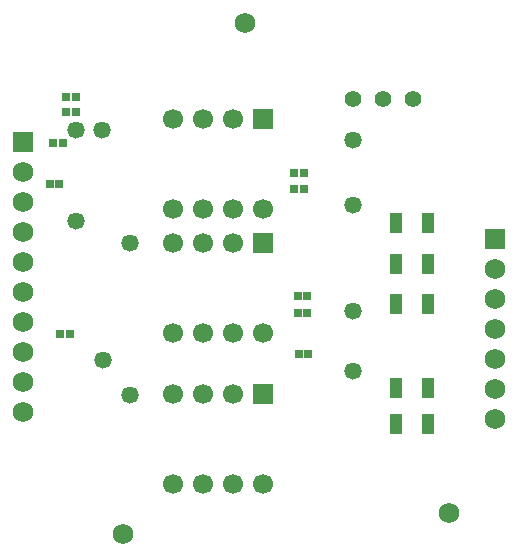
<source format=gts>
G04 Layer_Color=20142*
%FSAX42Y42*%
%MOMM*%
G71*
G01*
G75*
%ADD25R,0.65X0.65*%
%ADD26R,1.10X1.80*%
%ADD27C,1.70*%
%ADD28R,1.70X1.70*%
%ADD29C,1.75*%
%ADD30R,1.75X1.75*%
%ADD31C,1.42*%
%ADD32C,1.73*%
%ADD33C,1.47*%
D25*
X006530Y008020D02*
D03*
X006450D02*
D03*
X006500Y007670D02*
D03*
X006420D02*
D03*
X006640Y008280D02*
D03*
X006560D02*
D03*
X006510Y006400D02*
D03*
X006590D02*
D03*
X006560Y008410D02*
D03*
X006640D02*
D03*
X008570Y007760D02*
D03*
X008490D02*
D03*
X008570Y007630D02*
D03*
X008490D02*
D03*
X008600Y006720D02*
D03*
X008520D02*
D03*
X008600Y006580D02*
D03*
X008520D02*
D03*
X008610Y006230D02*
D03*
X008530D02*
D03*
D26*
X009625Y007340D02*
D03*
X009355D02*
D03*
X009625Y005640D02*
D03*
X009355D02*
D03*
X009625Y005940D02*
D03*
X009355D02*
D03*
X009625Y006650D02*
D03*
X009355D02*
D03*
X009625Y006990D02*
D03*
X009355D02*
D03*
D27*
X007459Y007459D02*
D03*
X007713D02*
D03*
X007967D02*
D03*
X008221D02*
D03*
X007459Y008221D02*
D03*
X007713D02*
D03*
X007967D02*
D03*
X007459Y006409D02*
D03*
X007713D02*
D03*
X007967D02*
D03*
X008221D02*
D03*
X007459Y007171D02*
D03*
X007713D02*
D03*
X007967D02*
D03*
X007459Y005129D02*
D03*
X007713D02*
D03*
X007967D02*
D03*
X008221D02*
D03*
X007459Y005891D02*
D03*
X007713D02*
D03*
X007967D02*
D03*
D28*
X008221Y008221D02*
D03*
Y007171D02*
D03*
Y005891D02*
D03*
D29*
X010190Y005678D02*
D03*
Y005932D02*
D03*
Y006186D02*
D03*
Y006440D02*
D03*
Y006694D02*
D03*
Y006948D02*
D03*
X006190Y007769D02*
D03*
Y007515D02*
D03*
Y007261D02*
D03*
Y007007D02*
D03*
Y006753D02*
D03*
Y006499D02*
D03*
Y006245D02*
D03*
Y005991D02*
D03*
Y005737D02*
D03*
D30*
X010190Y007202D02*
D03*
X006190Y008023D02*
D03*
D31*
X009240Y008390D02*
D03*
X009494D02*
D03*
X008986D02*
D03*
D32*
X008070Y009030D02*
D03*
X009800Y004880D02*
D03*
X007040Y004710D02*
D03*
D33*
X007100Y005880D02*
D03*
Y007170D02*
D03*
X006870Y006180D02*
D03*
X006860Y008130D02*
D03*
X006640Y007360D02*
D03*
X006640Y008130D02*
D03*
X008990Y006090D02*
D03*
X008990Y006590D02*
D03*
Y007490D02*
D03*
Y008040D02*
D03*
M02*

</source>
